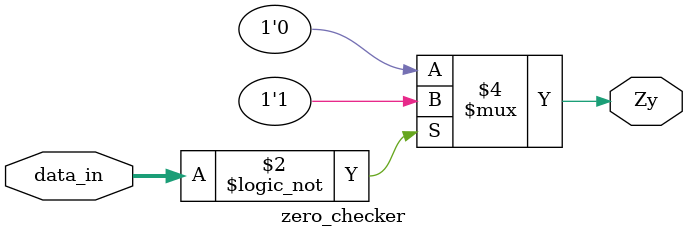
<source format=v>
`timescale 1ns / 1ps


module zero_checker(
    input wire [15:0] data_in,
    output reg Zy
    );
    always @(*) begin
        if (data_in == 0) Zy <= 1;
        else Zy <= 0;
    end
endmodule

</source>
